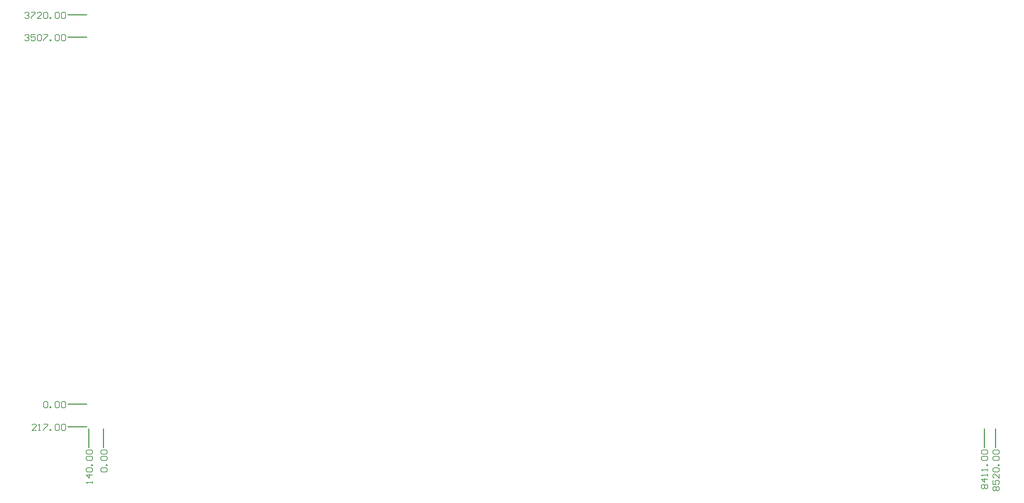
<source format=gbr>
G04 Layer_Color=32896*
%FSLAX45Y45*%
%MOMM*%
%TF.FileFunction,Mechanical*%
%TF.Part,Single*%
G01*
G75*
%TA.AperFunction,NonConductor*%
%ADD50C,0.15240*%
%ADD51C,0.25400*%
D50*
X32120856Y13685840D02*
X32095465Y13711232D01*
Y13762016D01*
X32120856Y13787408D01*
X32146249D01*
X32171640Y13762016D01*
X32197031Y13787408D01*
X32222424D01*
X32247815Y13762016D01*
Y13711232D01*
X32222424Y13685840D01*
X32197031D01*
X32171640Y13711232D01*
X32146249Y13685840D01*
X32120856D01*
X32171640Y13711232D02*
Y13762016D01*
X32095465Y13939758D02*
Y13838191D01*
X32171640D01*
X32146249Y13888976D01*
Y13914366D01*
X32171640Y13939758D01*
X32222424D01*
X32247815Y13914366D01*
Y13863583D01*
X32222424Y13838191D01*
X32247815Y14092110D02*
Y13990543D01*
X32146249Y14092110D01*
X32120856D01*
X32095465Y14066718D01*
Y14015935D01*
X32120856Y13990543D01*
Y14142892D02*
X32095465Y14168285D01*
Y14219067D01*
X32120856Y14244460D01*
X32222424D01*
X32247815Y14219067D01*
Y14168285D01*
X32222424Y14142892D01*
X32120856D01*
X32247815Y14295242D02*
X32222424D01*
Y14320634D01*
X32247815D01*
Y14295242D01*
X32120856Y14422202D02*
X32095465Y14447594D01*
Y14498376D01*
X32120856Y14523769D01*
X32222424D01*
X32247815Y14498376D01*
Y14447594D01*
X32222424Y14422202D01*
X32120856D01*
Y14574553D02*
X32095465Y14599945D01*
Y14650728D01*
X32120856Y14676120D01*
X32222424D01*
X32247815Y14650728D01*
Y14599945D01*
X32222424Y14574553D01*
X32120856D01*
X31843997Y13736624D02*
X31818604Y13762016D01*
Y13812799D01*
X31843997Y13838191D01*
X31869388D01*
X31894781Y13812799D01*
X31920172Y13838191D01*
X31945563D01*
X31970956Y13812799D01*
Y13762016D01*
X31945563Y13736624D01*
X31920172D01*
X31894781Y13762016D01*
X31869388Y13736624D01*
X31843997D01*
X31894781Y13762016D02*
Y13812799D01*
X31970956Y13965150D02*
X31818604D01*
X31894781Y13888976D01*
Y13990543D01*
X31970956Y14041325D02*
Y14092110D01*
Y14066718D01*
X31818604D01*
X31843997Y14041325D01*
X31970956Y14168285D02*
Y14219067D01*
Y14193677D01*
X31818604D01*
X31843997Y14168285D01*
X31970956Y14295242D02*
X31945563D01*
Y14320634D01*
X31970956D01*
Y14295242D01*
X31843997Y14422202D02*
X31818604Y14447594D01*
Y14498376D01*
X31843997Y14523769D01*
X31945563D01*
X31970956Y14498376D01*
Y14447594D01*
X31945563Y14422202D01*
X31843997D01*
Y14574553D02*
X31818604Y14599945D01*
Y14650728D01*
X31843997Y14676120D01*
X31945563D01*
X31970956Y14650728D01*
Y14599945D01*
X31945563Y14574553D01*
X31843997D01*
X10251415Y13863583D02*
Y13914366D01*
Y13888976D01*
X10099065D01*
X10124457Y13863583D01*
X10251415Y14066718D02*
X10099065D01*
X10175240Y13990543D01*
Y14092110D01*
X10124457Y14142892D02*
X10099065Y14168285D01*
Y14219067D01*
X10124457Y14244460D01*
X10226023D01*
X10251415Y14219067D01*
Y14168285D01*
X10226023Y14142892D01*
X10124457D01*
X10251415Y14295242D02*
X10226023D01*
Y14320634D01*
X10251415D01*
Y14295242D01*
X10124457Y14422202D02*
X10099065Y14447594D01*
Y14498376D01*
X10124457Y14523769D01*
X10226023D01*
X10251415Y14498376D01*
Y14447594D01*
X10226023Y14422202D01*
X10124457D01*
Y14574553D02*
X10099065Y14599945D01*
Y14650728D01*
X10124457Y14676120D01*
X10226023D01*
X10251415Y14650728D01*
Y14599945D01*
X10226023Y14574553D01*
X10124457D01*
X10480057Y14142892D02*
X10454665Y14168285D01*
Y14219067D01*
X10480057Y14244460D01*
X10581623D01*
X10607015Y14219067D01*
Y14168285D01*
X10581623Y14142892D01*
X10480057D01*
X10607015Y14295242D02*
X10581623D01*
Y14320634D01*
X10607015D01*
Y14295242D01*
X10480057Y14422202D02*
X10454665Y14447594D01*
Y14498376D01*
X10480057Y14523769D01*
X10581623D01*
X10607015Y14498376D01*
Y14447594D01*
X10581623Y14422202D01*
X10480057D01*
Y14574553D02*
X10454665Y14599945D01*
Y14650728D01*
X10480057Y14676120D01*
X10581623D01*
X10607015Y14650728D01*
Y14599945D01*
X10581623Y14574553D01*
X10480057D01*
X8605840Y25275523D02*
X8631232Y25300916D01*
X8682016D01*
X8707408Y25275523D01*
Y25250133D01*
X8682016Y25224741D01*
X8656624D01*
X8682016D01*
X8707408Y25199348D01*
Y25173956D01*
X8682016Y25148566D01*
X8631232D01*
X8605840Y25173956D01*
X8758191Y25300916D02*
X8859758D01*
Y25275523D01*
X8758191Y25173956D01*
Y25148566D01*
X9012109D02*
X8910542D01*
X9012109Y25250133D01*
Y25275523D01*
X8986717Y25300916D01*
X8935934D01*
X8910542Y25275523D01*
X9062892D02*
X9088284Y25300916D01*
X9139068D01*
X9164460Y25275523D01*
Y25173956D01*
X9139068Y25148566D01*
X9088284D01*
X9062892Y25173956D01*
Y25275523D01*
X9215243Y25148566D02*
Y25173956D01*
X9240635D01*
Y25148566D01*
X9215243D01*
X9342202Y25275523D02*
X9367594Y25300916D01*
X9418377D01*
X9443769Y25275523D01*
Y25173956D01*
X9418377Y25148566D01*
X9367594D01*
X9342202Y25173956D01*
Y25275523D01*
X9494553D02*
X9519945Y25300916D01*
X9570728D01*
X9596120Y25275523D01*
Y25173956D01*
X9570728Y25148566D01*
X9519945D01*
X9494553Y25173956D01*
Y25275523D01*
X8605840Y24734503D02*
X8631232Y24759895D01*
X8682016D01*
X8707408Y24734503D01*
Y24709113D01*
X8682016Y24683720D01*
X8656624D01*
X8682016D01*
X8707408Y24658328D01*
Y24632938D01*
X8682016Y24607545D01*
X8631232D01*
X8605840Y24632938D01*
X8859758Y24759895D02*
X8758191D01*
Y24683720D01*
X8808975Y24709113D01*
X8834366D01*
X8859758Y24683720D01*
Y24632938D01*
X8834366Y24607545D01*
X8783583D01*
X8758191Y24632938D01*
X8910542Y24734503D02*
X8935934Y24759895D01*
X8986717D01*
X9012109Y24734503D01*
Y24632938D01*
X8986717Y24607545D01*
X8935934D01*
X8910542Y24632938D01*
Y24734503D01*
X9062892Y24759895D02*
X9164460D01*
Y24734503D01*
X9062892Y24632938D01*
Y24607545D01*
X9215243D02*
Y24632938D01*
X9240635D01*
Y24607545D01*
X9215243D01*
X9342202Y24734503D02*
X9367594Y24759895D01*
X9418377D01*
X9443769Y24734503D01*
Y24632938D01*
X9418377Y24607545D01*
X9367594D01*
X9342202Y24632938D01*
Y24734503D01*
X9494553D02*
X9519945Y24759895D01*
X9570728D01*
X9596120Y24734503D01*
Y24632938D01*
X9570728Y24607545D01*
X9519945D01*
X9494553Y24632938D01*
Y24734503D01*
X8885150Y15148586D02*
X8783583D01*
X8885150Y15250153D01*
Y15275543D01*
X8859758Y15300935D01*
X8808975D01*
X8783583Y15275543D01*
X8935934Y15148586D02*
X8986717D01*
X8961325D01*
Y15300935D01*
X8935934Y15275543D01*
X9062892Y15300935D02*
X9164460D01*
Y15275543D01*
X9062892Y15173978D01*
Y15148586D01*
X9215243D02*
Y15173978D01*
X9240635D01*
Y15148586D01*
X9215243D01*
X9342202Y15275543D02*
X9367594Y15300935D01*
X9418377D01*
X9443769Y15275543D01*
Y15173978D01*
X9418377Y15148586D01*
X9367594D01*
X9342202Y15173978D01*
Y15275543D01*
X9494553D02*
X9519945Y15300935D01*
X9570728D01*
X9596120Y15275543D01*
Y15173978D01*
X9570728Y15148586D01*
X9519945D01*
X9494553Y15173978D01*
Y15275543D01*
X9062892Y15826723D02*
X9088284Y15852115D01*
X9139068D01*
X9164460Y15826723D01*
Y15725157D01*
X9139068Y15699765D01*
X9088284D01*
X9062892Y15725157D01*
Y15826723D01*
X9215243Y15699765D02*
Y15725157D01*
X9240635D01*
Y15699765D01*
X9215243D01*
X9342202Y15826723D02*
X9367594Y15852115D01*
X9418377D01*
X9443769Y15826723D01*
Y15725157D01*
X9418377Y15699765D01*
X9367594D01*
X9342202Y15725157D01*
Y15826723D01*
X9494553D02*
X9519945Y15852115D01*
X9570728D01*
X9596120Y15826723D01*
Y15725157D01*
X9570728Y15699765D01*
X9519945D01*
X9494553Y15725157D01*
Y15826723D01*
D51*
X32156400Y14732001D02*
Y15189200D01*
X31879541Y14732001D02*
Y15189200D01*
X10160000Y14732001D02*
Y15189200D01*
X10515600Y14732001D02*
Y15189200D01*
X9652000Y25239980D02*
X10109200D01*
X9652000Y24698959D02*
X10109200D01*
X9652000Y15239999D02*
X10109200D01*
X9652000Y15791180D02*
X10109200D01*
%TF.MD5,89857fa65354abf5a40248753795d8ed*%
M02*

</source>
